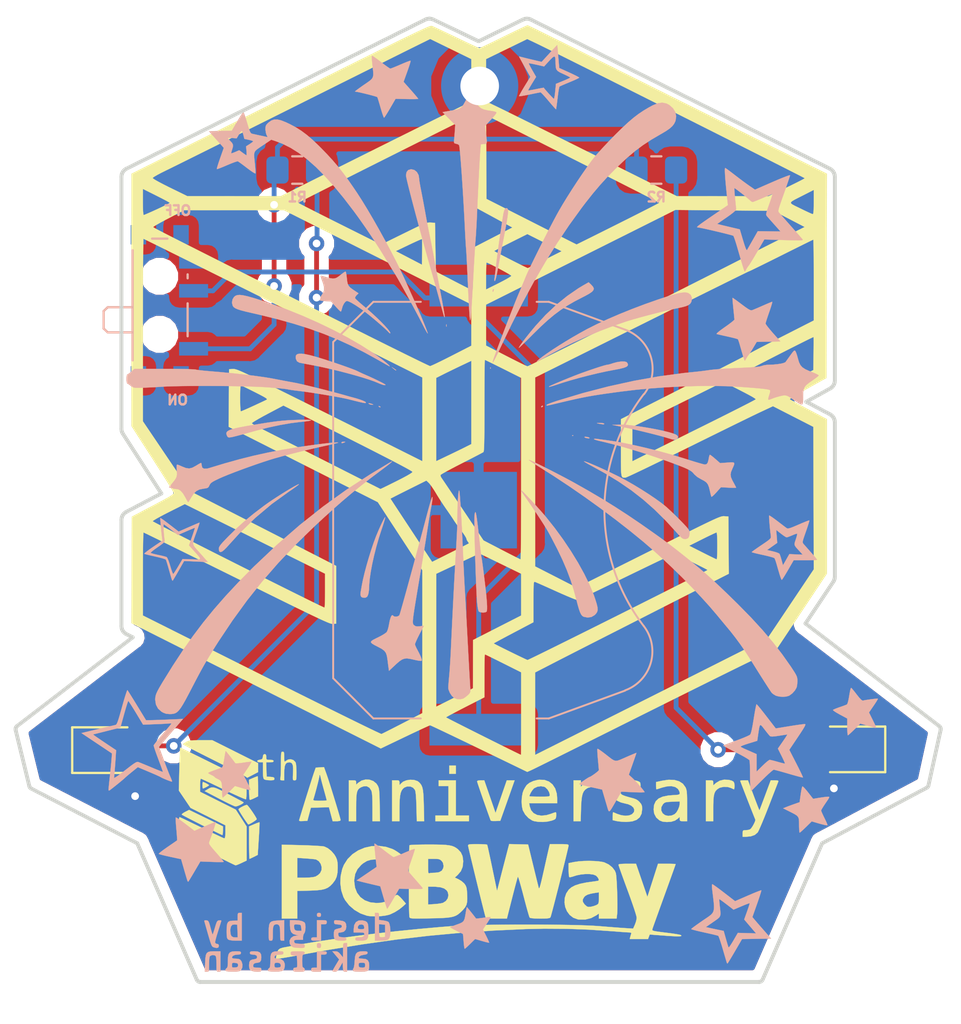
<source format=kicad_pcb>
(kicad_pcb (version 20171130) (host pcbnew 5.0.2+dfsg1-1)
  (layers (0 F.Cu signal) (31 B.Cu signal) (34 B.Paste user) (35 F.Paste user) (36 B.SilkS user) (37 F.SilkS user) (38 B.Mask user) (39 F.Mask user) (44 Edge.Cuts user))
  (net 0 "")
  (net 1 "Net-(D1-Pad2)")
  (net 2 "Net-(R1-Pad2)")
  (net 3 "Net-(D2-Pad2)")
  (net 4 GND)
  (net 5 "Net-(BT1-Pad1)")
  (net 6 "Net-(SW1-Pad3)")
  (module TestPoint:TestPoint_THTPad_D3.0mm_Drill1.5mm (layer F.Cu) (at 186.65 56.65)
    (fp_text reference REF** hide)
    (fp_text value TestPoint_THTPad_D3.0mm_Drill1.5mm hide)
    (pad 1 thru_hole circle (at 0 0) (size 4 4) (drill 2) (layers B.Cu B.Mask))
  )
  (module PCBWay:LED_RGB_0807_2012Metric_HandSolder (layer F.Cu) (at 205.8 91 180)
    (fp_text reference D2 hide)
    (fp_text value LED hide)
    (pad 1 smd roundrect (at -1.05 -0.625 180) (size 1.1 0.75) (layers F.Cu F.Paste F.Mask) (roundrect_rratio 0.217) (net 4 GND))
    (pad 2 smd roundrect (at 1.05 -0.625 180) (size 1.1 0.75) (layers F.Cu F.Paste F.Mask) (roundrect_rratio 0.217) (net 3 "Net-(D2-Pad2)"))
    (pad 1 smd roundrect (at -1.05 0.625 180) (size 1.1 0.75) (layers F.Cu F.Paste F.Mask) (roundrect_rratio 0.217) (net 4 GND))
    (pad 2 smd roundrect (at 1.05 0.625 180) (size 1.1 0.75) (layers F.Cu F.Paste F.Mask) (roundrect_rratio 0.217) (net 3 "Net-(D2-Pad2)"))
  )
  (module PCBWay:LED_RGB_0807_2012Metric_HandSolder (layer F.Cu) (at 167.4 91)
    (fp_text reference D1 hide)
    (fp_text value LED hide)
    (pad 2 smd roundrect (at 1.05 0.625) (size 1.1 0.75) (layers F.Cu F.Paste F.Mask) (roundrect_rratio 0.217) (net 1 "Net-(D1-Pad2)"))
    (pad 1 smd roundrect (at -1.05 0.625) (size 1.1 0.75) (layers F.Cu F.Paste F.Mask) (roundrect_rratio 0.217) (net 4 GND))
    (pad 2 smd roundrect (at 1.05 -0.625) (size 1.1 0.75) (layers F.Cu F.Paste F.Mask) (roundrect_rratio 0.217) (net 1 "Net-(D1-Pad2)"))
    (pad 1 smd roundrect (at -1.05 -0.625) (size 1.1 0.75) (layers F.Cu F.Paste F.Mask) (roundrect_rratio 0.217) (net 4 GND))
  )
  (module Battery:BatteryHolder_Keystone_3034_1x20mm_MODIFICADA (layer B.Cu) (at 186.6 78.6 270)
    (fp_text reference BT1 hide)
    (fp_text value Battery_Cell)
    (pad 2 smd rect (at 0 0 270) (size 3.96 3.96) (layers B.Cu B.Paste B.Mask) (net 4 GND))
    (pad 1 smd rect (at 11.36 0 270) (size 1.64 5.1) (layers B.Cu B.Paste B.Mask) (net 5 "Net-(BT1-Pad1)"))
    (pad 1 smd rect (at -11.36 0 270) (size 1.64 5.1) (layers B.Cu B.Paste B.Mask) (net 5 "Net-(BT1-Pad1)"))
  )
  (module PCBWay:5thpcbway (layer F.Cu) (at 186.6 78.4)
    (fp_text reference "" (at 0 0) (layer F.SilkS) (effects (font (size 1.27 1.27))))
    (fp_text value "" (at 0 0) (layer F.SilkS) (effects (font (size 1.27 1.27))))
  )
  (module Button_Switch_SMD:SW_SPDT_PCM12 (layer B.Cu) (at 170.4 68 90)
    (fp_text reference SW1 hide)
    (fp_text value SW_Push_SPDT)
    (pad "" np_thru_hole circle (at -1.5 -0.33 90) (size 0.9 0.9) (drill 0.9) (layers *.Cu *.Mask))
    (pad "" np_thru_hole circle (at 1.5 -0.33 90) (size 0.9 0.9) (drill 0.9) (layers *.Cu *.Mask))
    (pad 1 smd rect (at -2.25 1.43 90) (size 0.7 1.5) (layers B.Cu B.Paste B.Mask) (net 2 "Net-(R1-Pad2)"))
    (pad 2 smd rect (at 0.75 1.43 90) (size 0.7 1.5) (layers B.Cu B.Paste B.Mask) (net 5 "Net-(BT1-Pad1)"))
    (pad 3 smd rect (at 2.25 1.43 90) (size 0.7 1.5) (layers B.Cu B.Paste B.Mask) (net 6 "Net-(SW1-Pad3)"))
    (pad "" smd rect (at -3.65 -1.43 90) (size 1 0.8) (layers B.Cu B.Paste B.Mask))
    (pad "" smd rect (at 3.65 -1.43 90) (size 1 0.8) (layers B.Cu B.Paste B.Mask))
    (pad "" smd rect (at 3.65 0.78 90) (size 1 0.8) (layers B.Cu B.Paste B.Mask))
    (pad "" smd rect (at -3.65 0.78 90) (size 1 0.8) (layers B.Cu B.Paste B.Mask))
  )
  (module Resistor_SMD:R_0805_2012Metric_Pad1.15x1.40mm_HandSolder (layer B.Cu) (at 195.8 61)
    (fp_text reference R2 (at 0 1.4) (layer B.SilkS) (effects (font (size 0.5 0.5) (thickness 0.125)) (justify mirror)))
    (fp_text value 470)
    (pad 2 smd roundrect (at 1.025 0) (size 1.15 1.4) (layers B.Cu B.Paste B.Mask) (roundrect_rratio 0.217391) (net 3 "Net-(D2-Pad2)"))
    (pad 1 smd roundrect (at -1.025 0) (size 1.15 1.4) (layers B.Cu B.Paste B.Mask) (roundrect_rratio 0.217391) (net 2 "Net-(R1-Pad2)"))
  )
  (module Resistor_SMD:R_0805_2012Metric_Pad1.15x1.40mm_HandSolder (layer B.Cu) (at 177.2 61 180)
    (fp_text reference R1 (at 0 -1.4 180) (layer B.SilkS) (effects (font (size 0.5 0.5) (thickness 0.125)) (justify mirror)))
    (fp_text value 470)
    (pad 1 smd roundrect (at -1.025 0 180) (size 1.15 1.4) (layers B.Cu B.Paste B.Mask) (roundrect_rratio 0.217391) (net 1 "Net-(D1-Pad2)"))
    (pad 2 smd roundrect (at 1.025 0 180) (size 1.15 1.4) (layers B.Cu B.Paste B.Mask) (roundrect_rratio 0.217391) (net 2 "Net-(R1-Pad2)"))
  )
  (gr_line (start 168.244145 61.00285) (end 168.199307 61.050003) (layer Edge.Cuts) (width 0.2))
  (gr_line (start 168.090918 84.600333) (end 168.095836 84.666375) (layer Edge.Cuts) (width 0.2))
  (gr_line (start 168.090918 79.107197) (end 168.090918 84.600333) (layer Edge.Cuts) (width 0.2))
  (gr_line (start 168.352965 85.020832) (end 168.675194 85.182327) (layer Edge.Cuts) (width 0.2))
  (gr_line (start 168.295841 84.987328) (end 168.352965 85.020832) (layer Edge.Cuts) (width 0.2))
  (gr_line (start 162.616276 89.86866) (end 162.605395 89.925674) (layer Edge.Cuts) (width 0.2))
  (gr_line (start 162.642857 89.817021) (end 162.616276 89.86866) (layer Edge.Cuts) (width 0.2))
  (gr_line (start 162.611491 89.984537) (end 163.319939 92.883839) (layer Edge.Cuts) (width 0.2))
  (gr_line (start 162.605395 89.925674) (end 162.611491 89.984537) (layer Edge.Cuts) (width 0.2))
  (gr_line (start 162.68386 89.774285) (end 162.642857 89.817021) (layer Edge.Cuts) (width 0.2))
  (gr_line (start 168.675194 85.182327) (end 162.68386 89.774285) (layer Edge.Cuts) (width 0.2))
  (gr_line (start 183.834452 53.215343) (end 168.352966 60.928281) (layer Edge.Cuts) (width 0.2))
  (gr_line (start 168.352966 60.928281) (end 168.295532 60.962003) (layer Edge.Cuts) (width 0.2))
  (gr_line (start 183.890018 53.191859) (end 183.834452 53.215343) (layer Edge.Cuts) (width 0.2))
  (gr_line (start 201.307184 102.897309) (end 204.390836 95.840256) (layer Edge.Cuts) (width 0.2))
  (gr_line (start 201.275553 102.947599) (end 201.307184 102.897309) (layer Edge.Cuts) (width 0.2))
  (gr_line (start 188.887262 53.215342) (end 186.595092 54.335146) (layer Edge.Cuts) (width 0.2))
  (gr_line (start 188.93758 53.194019) (end 188.887262 53.215342) (layer Edge.Cuts) (width 0.2))
  (gr_line (start 184.00727 53.166843) (end 183.947857 53.175607) (layer Edge.Cuts) (width 0.2))
  (gr_line (start 183.947857 53.175607) (end 183.890018 53.191859) (layer Edge.Cuts) (width 0.2))
  (gr_line (start 168.109697 84.730159) (end 168.132011 84.79089) (layer Edge.Cuts) (width 0.2))
  (gr_line (start 168.095836 84.666375) (end 168.109697 84.730159) (layer Edge.Cuts) (width 0.2))
  (gr_line (start 163.33499 92.923992) (end 163.357861 92.95968) (layer Edge.Cuts) (width 0.2))
  (gr_line (start 163.319939 92.883839) (end 163.33499 92.923992) (layer Edge.Cuts) (width 0.2))
  (gr_line (start 168.161521 61.102649) (end 168.131286 61.15997) (layer Edge.Cuts) (width 0.2))
  (gr_line (start 168.199307 61.050003) (end 168.161521 61.102649) (layer Edge.Cuts) (width 0.2))
  (gr_line (start 189.202485 53.178788) (end 189.149505 53.16965) (layer Edge.Cuts) (width 0.2))
  (gr_line (start 189.254399 53.194019) (end 189.202485 53.178788) (layer Edge.Cuts) (width 0.2))
  (gr_line (start 168.095681 74.458638) (end 168.110104 74.524455) (layer Edge.Cuts) (width 0.2))
  (gr_line (start 168.090914 74.39107) (end 168.095681 74.458638) (layer Edge.Cuts) (width 0.2))
  (gr_line (start 170.158363 77.736772) (end 168.344585 78.689748) (layer Edge.Cuts) (width 0.2))
  (gr_line (start 168.16633 74.647026) (end 170.158363 77.736772) (layer Edge.Cuts) (width 0.2))
  (gr_line (start 204.802954 72.306864) (end 204.856626 72.272511) (layer Edge.Cuts) (width 0.2))
  (gr_line (start 203.568124 72.991697) (end 204.802954 72.306864) (layer Edge.Cuts) (width 0.2))
  (gr_line (start 163.387671 92.989829) (end 163.423538 93.013308) (layer Edge.Cuts) (width 0.2))
  (gr_line (start 163.357861 92.95968) (end 163.387671 92.989829) (layer Edge.Cuts) (width 0.2))
  (gr_line (start 201.231636 102.985939) (end 201.275553 102.947599) (layer Edge.Cuts) (width 0.2))
  (gr_line (start 201.178655 103.010237) (end 201.231636 102.985939) (layer Edge.Cuts) (width 0.2))
  (gr_line (start 210.533353 89.920803) (end 210.521301 89.865431) (layer Edge.Cuts) (width 0.2))
  (gr_line (start 210.52918 89.978426) (end 210.533353 89.920803) (layer Edge.Cuts) (width 0.2))
  (gr_line (start 168.130232 78.9194) (end 168.108746 78.979357) (layer Edge.Cuts) (width 0.2))
  (gr_line (start 168.159473 78.863102) (end 168.130232 78.9194) (layer Edge.Cuts) (width 0.2))
  (gr_line (start 204.794576 73.639965) (end 203.568124 72.991697) (layer Edge.Cuts) (width 0.2))
  (gr_line (start 204.850101 73.674006) (end 204.794576 73.639965) (layer Edge.Cuts) (width 0.2))
  (gr_line (start 189.095991 53.166608) (end 189.042477 53.16965) (layer Edge.Cuts) (width 0.2))
  (gr_line (start 189.149505 53.16965) (end 189.095991 53.166608) (layer Edge.Cuts) (width 0.2))
  (gr_line (start 204.842873 60.962002) (end 204.785438 60.92828) (layer Edge.Cuts) (width 0.2))
  (gr_line (start 204.894259 61.002848) (end 204.842873 60.962002) (layer Edge.Cuts) (width 0.2))
  (gr_line (start 201.119807 103.018428) (end 201.178655 103.010237) (layer Edge.Cuts) (width 0.2))
  (gr_line (start 172.176293 103.018428) (end 201.119807 103.018428) (layer Edge.Cuts) (width 0.2))
  (gr_line (start 168.908294 95.840244) (end 171.991946 102.897297) (layer Edge.Cuts) (width 0.2))
  (gr_line (start 163.423538 93.013308) (end 168.908294 95.840244) (layer Edge.Cuts) (width 0.2))
  (gr_line (start 168.295532 60.962003) (end 168.244145 61.00285) (layer Edge.Cuts) (width 0.2))
  (gr_line (start 184.067533 53.165827) (end 184.067554 53.165829) (layer Edge.Cuts) (width 0.2))
  (gr_line (start 184.160487 53.179969) (end 184.067533 53.165827) (layer Edge.Cuts) (width 0.2))
  (gr_line (start 204.981415 72.134204) (end 205.009536 72.078781) (layer Edge.Cuts) (width 0.2))
  (gr_line (start 204.946274 72.185453) (end 204.981415 72.134204) (layer Edge.Cuts) (width 0.2))
  (gr_line (start 168.289025 78.723786) (end 168.239339 78.764533) (layer Edge.Cuts) (width 0.2))
  (gr_line (start 168.344585 78.689748) (end 168.289025 78.723786) (layer Edge.Cuts) (width 0.2))
  (gr_line (start 168.162277 84.84777) (end 168.2 84.9) (layer Edge.Cuts) (width 0.2))
  (gr_line (start 168.132011 84.79089) (end 168.162277 84.84777) (layer Edge.Cuts) (width 0.2))
  (gr_line (start 205.030207 72.01991) (end 205.043 71.958322) (layer Edge.Cuts) (width 0.2))
  (gr_line (start 205.009536 72.078781) (end 205.030207 72.01991) (layer Edge.Cuts) (width 0.2))
  (gr_line (start 204.904537 72.231798) (end 204.946274 72.185453) (layer Edge.Cuts) (width 0.2))
  (gr_line (start 204.856626 72.272511) (end 204.904537 72.231798) (layer Edge.Cuts) (width 0.2))
  (gr_line (start 204.979309 73.813323) (end 204.942919 73.761447) (layer Edge.Cuts) (width 0.2))
  (gr_line (start 205.008405 73.86962) (end 204.979309 73.813323) (layer Edge.Cuts) (width 0.2))
  (gr_line (start 209.797891 92.972948) (end 209.834514 92.94826) (layer Edge.Cuts) (width 0.2))
  (gr_line (start 204.390836 95.840256) (end 209.797891 92.972948) (layer Edge.Cuts) (width 0.2))
  (gr_line (start 205.042181 82.116317) (end 205.047486 82.046859) (layer Edge.Cuts) (width 0.2))
  (gr_line (start 205.026931 82.183873) (end 205.042181 82.116317) (layer Edge.Cuts) (width 0.2))
  (gr_line (start 184.248835 53.212295) (end 184.160487 53.179969) (layer Edge.Cuts) (width 0.2))
  (gr_line (start 186.595092 54.335146) (end 184.248835 53.212295) (layer Edge.Cuts) (width 0.2))
  (gr_line (start 168.195999 78.811226) (end 168.159473 78.863102) (layer Edge.Cuts) (width 0.2))
  (gr_line (start 168.239339 78.764533) (end 168.195999 78.811226) (layer Edge.Cuts) (width 0.2))
  (gr_line (start 209.901482 92.837355) (end 210.52918 89.978426) (layer Edge.Cuts) (width 0.2))
  (gr_line (start 209.887246 92.879186) (end 209.901482 92.837355) (layer Edge.Cuts) (width 0.2))
  (gr_line (start 209.864624 92.916589) (end 209.887246 92.879186) (layer Edge.Cuts) (width 0.2))
  (gr_line (start 209.834514 92.94826) (end 209.864624 92.916589) (layer Edge.Cuts) (width 0.2))
  (gr_line (start 168.090914 61.351824) (end 168.090914 74.39107) (layer Edge.Cuts) (width 0.2))
  (gr_line (start 168.095482 61.285373) (end 168.090914 61.351824) (layer Edge.Cuts) (width 0.2))
  (gr_line (start 172.118307 103.009613) (end 172.176293 103.018428) (layer Edge.Cuts) (width 0.2))
  (gr_line (start 172.066225 102.98512) (end 172.118307 103.009613) (layer Edge.Cuts) (width 0.2))
  (gr_line (start 210.494351 89.815515) (end 210.453768 89.77427) (layer Edge.Cuts) (width 0.2))
  (gr_line (start 210.521301 89.865431) (end 210.494351 89.815515) (layer Edge.Cuts) (width 0.2))
  (gr_line (start 205.029778 73.929576) (end 205.008405 73.86962) (layer Edge.Cuts) (width 0.2))
  (gr_line (start 205.042961 73.992429) (end 205.029778 73.929576) (layer Edge.Cuts) (width 0.2))
  (gr_line (start 203.528505 84.466246) (end 204.967491 82.308909) (layer Edge.Cuts) (width 0.2))
  (gr_line (start 210.453768 89.77427) (end 203.528505 84.466246) (layer Edge.Cuts) (width 0.2))
  (gr_line (start 172.023089 102.947014) (end 172.066225 102.98512) (layer Edge.Cuts) (width 0.2))
  (gr_line (start 171.991946 102.897297) (end 172.023089 102.947014) (layer Edge.Cuts) (width 0.2))
  (gr_line (start 168.095485 79.042209) (end 168.090918 79.107197) (layer Edge.Cuts) (width 0.2))
  (gr_line (start 168.108746 78.979357) (end 168.095485 79.042209) (layer Edge.Cuts) (width 0.2))
  (gr_line (start 205.001969 82.248435) (end 205.026931 82.183873) (layer Edge.Cuts) (width 0.2))
  (gr_line (start 204.967491 82.308909) (end 205.001969 82.248435) (layer Edge.Cuts) (width 0.2))
  (gr_line (start 204.8997 73.714754) (end 204.850101 73.674006) (layer Edge.Cuts) (width 0.2))
  (gr_line (start 204.942919 73.761447) (end 204.8997 73.714754) (layer Edge.Cuts) (width 0.2))
  (gr_line (start 205.047486 74.057417) (end 205.042961 73.992429) (layer Edge.Cuts) (width 0.2))
  (gr_line (start 205.047486 82.046859) (end 205.047486 74.057417) (layer Edge.Cuts) (width 0.2))
  (gr_line (start 205.042922 61.285372) (end 205.02931 61.221148) (layer Edge.Cuts) (width 0.2))
  (gr_line (start 205.047486 61.351824) (end 205.042922 61.285372) (layer Edge.Cuts) (width 0.2))
  (gr_line (start 184.067554 53.165829) (end 184.00727 53.166843) (layer Edge.Cuts) (width 0.2))
  (gr_line (start 168.133786 74.587568) (end 168.16633 74.647026) (layer Edge.Cuts) (width 0.2))
  (gr_line (start 168.110104 74.524455) (end 168.133786 74.587568) (layer Edge.Cuts) (width 0.2))
  (gr_line (start 205.007118 61.159968) (end 204.976891 61.102647) (layer Edge.Cuts) (width 0.2))
  (gr_line (start 205.02931 61.221148) (end 205.007118 61.159968) (layer Edge.Cuts) (width 0.2))
  (gr_line (start 204.939097 61.050002) (end 204.894259 61.002848) (layer Edge.Cuts) (width 0.2))
  (gr_line (start 204.976891 61.102647) (end 204.939097 61.050002) (layer Edge.Cuts) (width 0.2))
  (gr_line (start 188.989495 53.178788) (end 188.93758 53.194019) (layer Edge.Cuts) (width 0.2))
  (gr_line (start 189.042477 53.16965) (end 188.989495 53.178788) (layer Edge.Cuts) (width 0.2))
  (gr_line (start 189.304714 53.215342) (end 189.254399 53.194019) (layer Edge.Cuts) (width 0.2))
  (gr_line (start 204.785438 60.92828) (end 189.304714 53.215342) (layer Edge.Cuts) (width 0.2))
  (gr_line (start 168.109105 61.22115) (end 168.095482 61.285373) (layer Edge.Cuts) (width 0.2))
  (gr_line (start 168.131286 61.15997) (end 168.109105 61.22115) (layer Edge.Cuts) (width 0.2))
  (gr_line (start 205.047486 71.894744) (end 205.047486 61.351824) (layer Edge.Cuts) (width 0.2))
  (gr_line (start 205.043 71.958322) (end 205.047486 71.894744) (layer Edge.Cuts) (width 0.2))
  (gr_line (start 168.244688 84.946786) (end 168.295841 84.987328) (layer Edge.Cuts) (width 0.2))
  (gr_line (start 168.2 84.9) (end 168.244688 84.946786) (layer Edge.Cuts) (width 0.2))
  (gr_text OFF (at 171 63.1) (layer B.SilkS) (effects (font (size 0.5 0.5) (thickness 0.125)) (justify mirror)))
  (gr_text ON (at 171 72.9) (layer B.SilkS) (effects (font (size 0.5 0.5) (thickness 0.125)) (justify mirror)))
  (via (at 170.8 90.8) (size 0.8) (drill 0.4) (layers F.Cu B.Cu) (net 1))
  (segment (start 178.225 61) (end 178.225 64.775) (width 0.25) (layer B.Cu) (net 1))
  (via (at 178.2 64.8) (size 0.8) (drill 0.4) (layers F.Cu B.Cu) (net 1))
  (segment (start 178.225 64.775) (end 178.2 64.8) (width 0.25) (layer B.Cu) (net 1))
  (via (at 178.2 67.59999) (size 0.8) (drill 0.4) (layers F.Cu B.Cu) (net 1))
  (segment (start 178.2 83.4) (end 178.2 68.165675) (width 0.25) (layer B.Cu) (net 1))
  (segment (start 178.2 64.8) (end 178.2 67.59999) (width 0.25) (layer F.Cu) (net 1))
  (segment (start 178.2 68.165675) (end 178.2 67.59999) (width 0.25) (layer B.Cu) (net 1))
  (segment (start 170.8 90.8) (end 178.2 83.4) (width 0.25) (layer B.Cu) (net 1))
  (segment (start 168.45 90.375) (end 168.45 91.625) (width 0.25) (layer F.Cu) (net 1))
  (segment (start 168.875 90.8) (end 168.45 90.375) (width 0.25) (layer F.Cu) (net 1))
  (segment (start 170.8 90.8) (end 168.875 90.8) (width 0.25) (layer F.Cu) (net 1))
  (via (at 176 62.8) (size 0.8) (drill 0.4) (layers F.Cu B.Cu) (net 2))
  (segment (start 176 61.175) (end 176.175 61) (width 0.25) (layer B.Cu) (net 2))
  (segment (start 176 62.8) (end 176 61.175) (width 0.25) (layer B.Cu) (net 2))
  (segment (start 176.175 59.825) (end 176.175 61) (width 0.25) (layer B.Cu) (net 2))
  (segment (start 176.6 59.4) (end 176.175 59.825) (width 0.25) (layer B.Cu) (net 2))
  (segment (start 194.4 59.4) (end 176.6 59.4) (width 0.25) (layer B.Cu) (net 2))
  (segment (start 194.775 61) (end 194.775 59.775) (width 0.25) (layer B.Cu) (net 2))
  (segment (start 194.775 59.775) (end 194.4 59.4) (width 0.25) (layer B.Cu) (net 2))
  (segment (start 176 69) (end 176 67) (width 0.25) (layer B.Cu) (net 2))
  (segment (start 176 69) (end 174.75 70.25) (width 0.25) (layer B.Cu) (net 2))
  (segment (start 176 67) (end 176 62.8) (width 0.25) (layer F.Cu) (net 2))
  (via (at 176 67) (size 0.8) (drill 0.4) (layers F.Cu B.Cu) (net 2))
  (segment (start 174.75 70.25) (end 171.83 70.25) (width 0.25) (layer B.Cu) (net 2))
  (via (at 199 91) (size 0.8) (drill 0.4) (layers F.Cu B.Cu) (net 3))
  (segment (start 196.825 61) (end 196.825 88.825) (width 0.25) (layer B.Cu) (net 3))
  (segment (start 198.600001 90.600001) (end 199 91) (width 0.25) (layer B.Cu) (net 3))
  (segment (start 196.825 88.825) (end 198.600001 90.600001) (width 0.25) (layer B.Cu) (net 3))
  (segment (start 204.125 91) (end 204.75 90.375) (width 0.25) (layer F.Cu) (net 3))
  (segment (start 199 91) (end 204.125 91) (width 0.25) (layer F.Cu) (net 3))
  (segment (start 204.125 91) (end 204.75 91.625) (width 0.25) (layer F.Cu) (net 3))
  (via (at 205 92.999998) (size 0.8) (drill 0.4) (layers F.Cu B.Cu) (net 4))
  (segment (start 179.2 89.8) (end 182.399998 92.999998) (width 0.25) (layer B.Cu) (net 4))
  (segment (start 182.399998 92.999998) (end 204.434315 92.999998) (width 0.25) (layer B.Cu) (net 4))
  (segment (start 204.434315 92.999998) (end 205 92.999998) (width 0.25) (layer B.Cu) (net 4))
  (segment (start 186.6 78.6) (end 186.6 80.83) (width 0.25) (layer B.Cu) (net 4))
  (segment (start 179.2 88.23) (end 179.2 89.8) (width 0.25) (layer B.Cu) (net 4))
  (segment (start 186.6 80.83) (end 179.2 88.23) (width 0.25) (layer B.Cu) (net 4))
  (segment (start 175 93.4) (end 169.365685 93.4) (width 0.25) (layer B.Cu) (net 4))
  (segment (start 169.365685 93.4) (end 168.8 93.4) (width 0.25) (layer B.Cu) (net 4))
  (segment (start 186.6 81.8) (end 175 93.4) (width 0.25) (layer B.Cu) (net 4))
  (via (at 168.8 93.4) (size 0.8) (drill 0.4) (layers F.Cu B.Cu) (net 4))
  (segment (start 186.6 78.6) (end 186.6 81.8) (width 0.25) (layer B.Cu) (net 4))
  (segment (start 206.85 92.8) (end 206.85 91.625) (width 0.25) (layer F.Cu) (net 4))
  (segment (start 205 92.999998) (end 206.650002 92.999998) (width 0.25) (layer F.Cu) (net 4))
  (segment (start 206.650002 92.999998) (end 206.85 92.8) (width 0.25) (layer F.Cu) (net 4))
  (segment (start 206.85 91.625) (end 206.85 90.375) (width 0.25) (layer F.Cu) (net 4))
  (segment (start 166.35 93.3) (end 166.35 91.625) (width 0.25) (layer F.Cu) (net 4))
  (segment (start 168.8 93.4) (end 166.45 93.4) (width 0.25) (layer F.Cu) (net 4))
  (segment (start 166.45 93.4) (end 166.35 93.3) (width 0.25) (layer F.Cu) (net 4))
  (segment (start 166.35 91.625) (end 166.35 90.375) (width 0.25) (layer F.Cu) (net 4))
  (segment (start 171.83 67.25) (end 172.23 67.25) (width 0.25) (layer B.Cu) (net 5))
  (segment (start 182.469999 66.274999) (end 183.81 67.615) (width 0.25) (layer B.Cu) (net 5))
  (segment (start 173.805001 66.274999) (end 182.469999 66.274999) (width 0.25) (layer B.Cu) (net 5))
  (segment (start 171.83 67.25) (end 172.83 67.25) (width 0.25) (layer B.Cu) (net 5))
  (segment (start 172.83 67.25) (end 173.805001 66.274999) (width 0.25) (layer B.Cu) (net 5))
  (segment (start 186.23 67.615) (end 186.6 67.245) (width 0.25) (layer B.Cu) (net 5))
  (segment (start 183.81 67.615) (end 186.23 67.615) (width 0.25) (layer B.Cu) (net 5))
  (segment (start 186.6 68.5) (end 186.6 67.245) (width 0.25) (layer B.Cu) (net 5))
  (segment (start 189.39 71.29) (end 186.6 68.5) (width 0.25) (layer B.Cu) (net 5))
  (segment (start 189.39 80.355002) (end 189.39 71.29) (width 0.25) (layer B.Cu) (net 5))
  (segment (start 186.6 83.145002) (end 189.39 80.355002) (width 0.25) (layer B.Cu) (net 5))
  (segment (start 186.6 83.145002) (end 186.6 89.955) (width 0.25) (layer B.Cu) (net 5))
  (zone (net 4) (net_name GND) (layer B.Cu) (connect_pads (clearance 0.508)) (min_thickness 0.254) (fill yes (arc_segments 16) (thermal_gap 0.508) (thermal_bridge_width 0.508))
    (polygon (pts (xy 161.8 52.2) (xy 211.6 52.2) (xy 211.6 105) (xy 161.8 105)))
  )
  (zone (net 4) (net_name GND) (layer F.Cu) (connect_pads (clearance 0.508)) (min_thickness 0.254) (fill yes (arc_segments 16) (thermal_gap 0.508) (thermal_bridge_width 0.508))
    (polygon (pts (xy 161.8 52.2) (xy 211.4 52.2) (xy 211.4 105.2) (xy 162 105.2)))
  )
)
</source>
